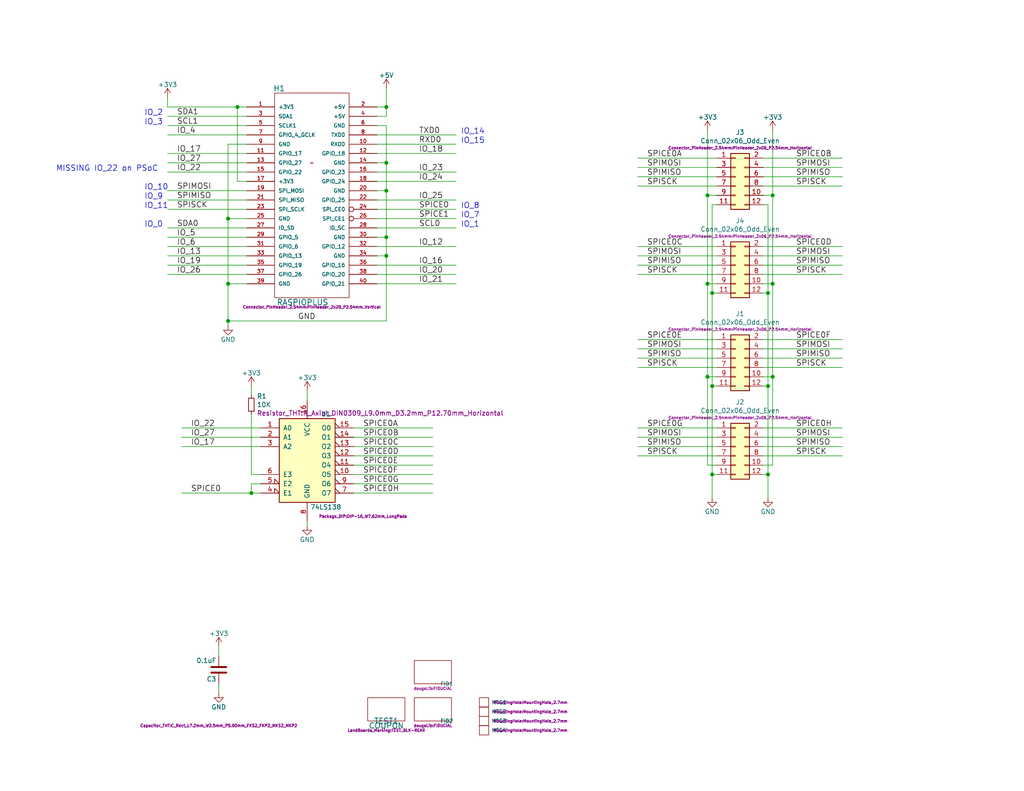
<source format=kicad_sch>
(kicad_sch (version 20230121) (generator eeschema)
  (paper "A")
  (title_block (title "RASPBERRY PI )RPI_SPI8)") (date "2022-04-09") (rev "3") (company "LAND BOARDS LLC"))
  (lib_symbols
    (symbol "74xx:74LS138" (pin_names (offset 1.016))
      (property "Reference" "U" (at -7.62 11.43 0))
      (property "Value" "74LS138" (at -7.62 -13.97 0))
      (symbol "74LS138_1_0"
        (pin input line (at -12.7 7.62 0) (length 5.08) (name "A0") (number "1"))
        (pin output output_low (at 12.7 -5.08 180) (length 5.08) (name "O5") (number "10"))
        (pin output output_low (at 12.7 -2.54 180) (length 5.08) (name "O4") (number "11"))
        (pin output output_low (at 12.7 0 180) (length 5.08) (name "O3") (number "12"))
        (pin output output_low (at 12.7 2.54 180) (length 5.08) (name "O2") (number "13"))
        (pin output output_low (at 12.7 5.08 180) (length 5.08) (name "O1") (number "14"))
        (pin output output_low (at 12.7 7.62 180) (length 5.08) (name "O0") (number "15"))
        (pin power_in line (at 0 15.24 270) (length 5.08) (name "VCC") (number "16"))
        (pin input line (at -12.7 5.08 0) (length 5.08) (name "A1") (number "2"))
        (pin input line (at -12.7 2.54 0) (length 5.08) (name "A2") (number "3"))
        (pin input input_low (at -12.7 -10.16 0) (length 5.08) (name "E1") (number "4"))
        (pin input input_low (at -12.7 -7.62 0) (length 5.08) (name "E2") (number "5"))
        (pin input line (at -12.7 -5.08 0) (length 5.08) (name "E3") (number "6"))
        (pin output output_low (at 12.7 -10.16 180) (length 5.08) (name "O7") (number "7"))
        (pin power_in line (at 0 -17.78 90) (length 5.08) (name "GND") (number "8"))
        (pin output output_low (at 12.7 -7.62 180) (length 5.08) (name "O6") (number "9"))
      )
      (symbol "74LS138_1_1"
        (rectangle (start -7.62 10.16) (end 7.62 -12.7) (stroke (width 0.254)) (fill (type background)))
      )
    )
    (symbol "Connector_Generic:Conn_02x06_Odd_Even" (pin_names (offset 1.016) hide)
      (property "Reference" "J" (at 1.27 7.62 0))
      (property "Value" "Conn_02x06_Odd_Even" (at 1.27 -10.16 0))
      (symbol "Conn_02x06_Odd_Even_1_1"
        (rectangle (start -1.27 -7.493) (end 0 -7.747) (stroke (width 0.1524)))
        (rectangle (start -1.27 -4.953) (end 0 -5.207) (stroke (width 0.1524)))
        (rectangle (start -1.27 -2.413) (end 0 -2.667) (stroke (width 0.1524)))
        (rectangle (start -1.27 0.127) (end 0 -0.127) (stroke (width 0.1524)))
        (rectangle (start -1.27 2.667) (end 0 2.413) (stroke (width 0.1524)))
        (rectangle (start -1.27 5.207) (end 0 4.953) (stroke (width 0.1524)))
        (rectangle (start -1.27 6.35) (end 3.81 -8.89) (stroke (width 0.254)) (fill (type background)))
        (rectangle (start 3.81 -7.493) (end 2.54 -7.747) (stroke (width 0.1524)))
        (rectangle (start 3.81 -4.953) (end 2.54 -5.207) (stroke (width 0.1524)))
        (rectangle (start 3.81 -2.413) (end 2.54 -2.667) (stroke (width 0.1524)))
        (rectangle (start 3.81 0.127) (end 2.54 -0.127) (stroke (width 0.1524)))
        (rectangle (start 3.81 2.667) (end 2.54 2.413) (stroke (width 0.1524)))
        (rectangle (start 3.81 5.207) (end 2.54 4.953) (stroke (width 0.1524)))
        (pin passive line (at -5.08 5.08 0) (length 3.81) (name "Pin_1") (number "1"))
        (pin passive line (at 7.62 -5.08 180) (length 3.81) (name "Pin_10") (number "10"))
        (pin passive line (at -5.08 -7.62 0) (length 3.81) (name "Pin_11") (number "11"))
        (pin passive line (at 7.62 -7.62 180) (length 3.81) (name "Pin_12") (number "12"))
        (pin passive line (at 7.62 5.08 180) (length 3.81) (name "Pin_2") (number "2"))
        (pin passive line (at -5.08 2.54 0) (length 3.81) (name "Pin_3") (number "3"))
        (pin passive line (at 7.62 2.54 180) (length 3.81) (name "Pin_4") (number "4"))
        (pin passive line (at -5.08 0 0) (length 3.81) (name "Pin_5") (number "5"))
        (pin passive line (at 7.62 0 180) (length 3.81) (name "Pin_6") (number "6"))
        (pin passive line (at -5.08 -2.54 0) (length 3.81) (name "Pin_7") (number "7"))
        (pin passive line (at 7.62 -2.54 180) (length 3.81) (name "Pin_8") (number "8"))
        (pin passive line (at -5.08 -5.08 0) (length 3.81) (name "Pin_9") (number "9"))
      )
    )
    (symbol "Device:C" (pin_numbers hide) (pin_names (offset 0.254))
      (property "Reference" "C" (at 0.635 2.54 0))
      (property "Value" "C" (at 0.635 -2.54 0))
      (symbol "C_0_1"
        (polyline (pts (xy -2.032 -0.762) (xy 2.032 -0.762)) (stroke (width 0.508)))
        (polyline (pts (xy -2.032 0.762) (xy 2.032 0.762)) (stroke (width 0.508)))
      )
      (symbol "C_1_1"
        (pin passive line (at 0 3.81 270) (length 2.794) (name "~") (number "1"))
        (pin passive line (at 0 -3.81 90) (length 2.794) (name "~") (number "2"))
      )
    )
    (symbol "Device:R_Small" (pin_numbers hide) (pin_names (offset 0.254) hide)
      (property "Reference" "R" (at 0.762 0.508 0))
      (property "Value" "R_Small" (at 0.762 -1.016 0))
      (symbol "R_Small_0_1"
        (rectangle (start -0.762 1.778) (end 0.762 -1.778) (stroke (width 0.2032)))
      )
      (symbol "R_Small_1_1"
        (pin passive line (at 0 2.54 270) (length 0.762) (name "~") (number "1"))
        (pin passive line (at 0 -2.54 90) (length 0.762) (name "~") (number "2"))
      )
    )
    (symbol "RPI_SPI8-rescue:+3.3V-power" (power) (pin_names (offset 0))
      (property "Value" "+3.3V-power" (at 0 3.556 0))
      (symbol "+3.3V-power_0_1"
        (polyline (pts (xy -0.762 1.27) (xy 0 2.54)))
        (polyline (pts (xy 0 0) (xy 0 2.54)))
        (polyline (pts (xy 0 2.54) (xy 0.762 1.27)))
      )
      (symbol "+3.3V-power_1_1"
        (pin power_in line (at 0 0 90) (length 0) hide (name "+3V3") (number "1"))
      )
    )
    (symbol "RPI_SPI8-rescue:COUPON-LandBoards-RPI_PSOC5-rescue" (pin_names (offset 1.016))
      (property "Reference" "COUP?" (at 0 0 0))
      (property "Value" "COUPON-LandBoards-RPI_PSOC5-rescue" (at 0 0 0))
      (symbol "COUPON-LandBoards-RPI_PSOC5-rescue_0_1"
        (rectangle (start -5.08 0) (end 5.08 6.35))
      )
    )
    (symbol "RPI_SPI8-rescue:MTG_HOLE-LandBoards-RPI_PSOC5-rescue" (pin_names (offset 1.016))
      (property "Reference" "MTG?" (at 0 2.54 0))
      (property "Value" "MTG_HOLE-LandBoards-RPI_PSOC5-rescue" (at 0 -2.54 0))
      (symbol "MTG_HOLE-LandBoards-RPI_PSOC5-rescue_0_1"
        (rectangle (start -1.27 -1.27) (end 1.27 -1.27))
        (rectangle (start -1.27 1.27) (end -1.27 -1.27))
        (rectangle (start 1.27 1.27) (end -1.27 1.27))
        (rectangle (start 1.27 1.27) (end 1.27 -1.27))
      )
    )
    (symbol "RPI_SPI8-rescue:RASPIOPLUS-LandBoards_Conns-RPI_PSOC5-rescue" (pin_names (offset 1.016))
      (property "Reference" "J" (at -8.89 29.21 0))
      (property "Value" "RASPIOPLUS-LandBoards_Conns-RPI_PSOC5-rescue" (at -2.54 -29.21 0))
      (symbol "RASPIOPLUS-LandBoards_Conns-RPI_PSOC5-rescue_0_1"
        (rectangle (start -10.16 27.94) (end 10.16 -27.94))
      )
      (symbol "RASPIOPLUS-LandBoards_Conns-RPI_PSOC5-rescue_1_1"
        (pin power_out line (at -17.78 24.13 0) (length 7.62) (name "+3V3") (number "1"))
        (pin input line (at 17.78 13.97 180) (length 7.62) (name "RXD0") (number "10"))
        (pin bidirectional line (at -17.78 11.43 0) (length 7.62) (name "GPIO_17") (number "11"))
        (pin bidirectional line (at 17.78 11.43 180) (length 7.62) (name "GPIO_18") (number "12"))
        (pin bidirectional line (at -17.78 8.89 0) (length 7.62) (name "GPIO_27") (number "13"))
        (pin power_out line (at 17.78 8.89 180) (length 7.62) (name "GND") (number "14"))
        (pin bidirectional line (at -17.78 6.35 0) (length 7.62) (name "GPIO_22") (number "15"))
        (pin bidirectional line (at 17.78 6.35 180) (length 7.62) (name "GPIO_23") (number "16"))
        (pin power_out line (at -17.78 3.81 0) (length 7.62) (name "+3V3") (number "17"))
        (pin bidirectional line (at 17.78 3.81 180) (length 7.62) (name "GPIO_24") (number "18"))
        (pin output line (at -17.78 1.27 0) (length 7.62) (name "SPI_MOSI") (number "19"))
        (pin power_out line (at 17.78 24.13 180) (length 7.62) (name "+5V") (number "2"))
        (pin power_out line (at 17.78 1.27 180) (length 7.62) (name "GND") (number "20"))
        (pin input line (at -17.78 -1.27 0) (length 7.62) (name "SPI_MISO") (number "21"))
        (pin output line (at 17.78 -1.27 180) (length 7.62) (name "GPIO_25") (number "22"))
        (pin output line (at -17.78 -3.81 0) (length 7.62) (name "SPI_SCLK") (number "23"))
        (pin output inverted (at 17.78 -3.81 180) (length 7.62) (name "SPI_CE0") (number "24"))
        (pin power_out line (at -17.78 -6.35 0) (length 7.62) (name "GND") (number "25"))
        (pin bidirectional inverted (at 17.78 -6.35 180) (length 7.62) (name "SPI_CE1") (number "26"))
        (pin power_out line (at -17.78 -8.89 0) (length 7.62) (name "ID_SD") (number "27"))
        (pin bidirectional line (at 17.78 -8.89 180) (length 7.62) (name "ID_SC") (number "28"))
        (pin power_out line (at -17.78 -11.43 0) (length 7.62) (name "GPIO_5") (number "29"))
        (pin bidirectional line (at -17.78 21.59 0) (length 7.62) (name "SDA1") (number "3"))
        (pin power_out line (at 17.78 -11.43 180) (length 7.62) (name "GND") (number "30"))
        (pin bidirectional line (at -17.78 -13.97 0) (length 7.62) (name "GPIO_6") (number "31"))
        (pin bidirectional line (at 17.78 -13.97 180) (length 7.62) (name "GPIO_12") (number "32"))
        (pin bidirectional line (at -17.78 -16.51 0) (length 7.62) (name "GPIO_13") (number "33"))
        (pin power_out line (at 17.78 -16.51 180) (length 7.62) (name "GND") (number "34"))
        (pin bidirectional line (at -17.78 -19.05 0) (length 7.62) (name "GPIO_19") (number "35"))
        (pin bidirectional line (at 17.78 -19.05 180) (length 7.62) (name "GPIO_16") (number "36"))
        (pin power_out line (at -17.78 -21.59 0) (length 7.62) (name "GPIO_26") (number "37"))
        (pin bidirectional line (at 17.78 -21.59 180) (length 7.62) (name "GPIO_20") (number "38"))
        (pin power_out line (at -17.78 -24.13 0) (length 7.62) (name "GND") (number "39"))
        (pin power_out line (at 17.78 21.59 180) (length 7.62) (name "+5V") (number "4"))
        (pin bidirectional line (at 17.78 -24.13 180) (length 7.62) (name "GPIO_21") (number "40"))
        (pin output line (at -17.78 19.05 0) (length 7.62) (name "SCLK1") (number "5"))
        (pin power_out line (at 17.78 19.05 180) (length 7.62) (name "GND") (number "6"))
        (pin output line (at -17.78 16.51 0) (length 7.62) (name "GPIO_4_GCLK") (number "7"))
        (pin output line (at 17.78 16.51 180) (length 7.62) (name "TXD0") (number "8"))
        (pin power_out line (at -17.78 13.97 0) (length 7.62) (name "GND") (number "9"))
      )
    )
    (symbol "power:+5V" (power) (pin_names (offset 0))
      (property "Value" "+5V" (at 0 3.556 0))
      (symbol "+5V_0_1"
        (polyline (pts (xy -0.762 1.27) (xy 0 2.54)))
        (polyline (pts (xy 0 0) (xy 0 2.54)))
        (polyline (pts (xy 0 2.54) (xy 0.762 1.27)))
      )
      (symbol "+5V_1_1"
        (pin power_in line (at 0 0 90) (length 0) hide (name "+5V") (number "1"))
      )
    )
    (symbol "power:GND" (power) (pin_names (offset 0))
      (property "Value" "GND" (at 0 -3.81 0))
      (symbol "GND_0_1"
        (polyline (pts (xy 0 0) (xy 0 -1.27) (xy 1.27 -1.27) (xy 0 -2.54) (xy -1.27 -1.27) (xy 0 -1.27)))
      )
      (symbol "GND_1_1"
        (pin power_in line (at 0 0 270) (length 0) hide (name "GND") (number "1"))
      )
    )
  )
  (junction (at 105.41 64.77))
  (junction (at 193.04 77.47))
  (junction (at 209.55 129.54))
  (junction (at 210.82 53.34))
  (junction (at 105.41 69.85))
  (junction (at 210.82 102.87))
  (junction (at 194.31 80.01))
  (junction (at 105.41 44.45))
  (junction (at 105.41 29.21))
  (junction (at 62.23 59.69))
  (junction (at 68.58 134.62))
  (junction (at 209.55 80.01))
  (junction (at 193.04 53.34))
  (junction (at 210.82 77.47))
  (junction (at 193.04 102.87))
  (junction (at 194.31 129.54))
  (junction (at 64.77 29.21))
  (junction (at 194.31 105.41))
  (junction (at 62.23 87.63))
  (junction (at 209.55 105.41))
  (junction (at 105.41 52.07))
  (junction (at 62.23 77.47))
  (wire (pts (xy 208.28 105.41) (xy 209.55 105.41)))
  (wire (pts (xy 67.31 39.37) (xy 62.23 39.37)))
  (wire (pts (xy 62.23 39.37) (xy 62.23 59.69)))
  (wire (pts (xy 118.11 127) (xy 96.52 127)))
  (wire (pts (xy 208.28 129.54) (xy 209.55 129.54)))
  (wire (pts (xy 209.55 105.41) (xy 209.55 129.54)))
  (wire (pts (xy 194.31 129.54) (xy 194.31 135.89)))
  (wire (pts (xy 229.87 45.72) (xy 208.28 45.72)))
  (wire (pts (xy 195.58 50.8) (xy 173.99 50.8)))
  (wire (pts (xy 59.69 176.53) (xy 59.69 179.07)))
  (wire (pts (xy 71.12 121.92) (xy 49.53 121.92)))
  (wire (pts (xy 195.58 43.18) (xy 173.99 43.18)))
  (wire (pts (xy 195.58 77.47) (xy 193.04 77.47)))
  (wire (pts (xy 102.87 64.77) (xy 105.41 64.77)))
  (wire (pts (xy 210.82 77.47) (xy 210.82 53.34)))
  (wire (pts (xy 194.31 105.41) (xy 194.31 129.54)))
  (wire (pts (xy 124.46 59.69) (xy 102.87 59.69)))
  (wire (pts (xy 64.77 49.53) (xy 67.31 49.53)))
  (wire (pts (xy 71.12 119.38) (xy 49.53 119.38)))
  (wire (pts (xy 195.58 67.31) (xy 173.99 67.31)))
  (wire (pts (xy 195.58 124.46) (xy 173.99 124.46)))
  (wire (pts (xy 71.12 134.62) (xy 68.58 134.62)))
  (wire (pts (xy 194.31 80.01) (xy 194.31 105.41)))
  (wire (pts (xy 67.31 44.45) (xy 45.72 44.45)))
  (wire (pts (xy 67.31 67.31) (xy 45.72 67.31)))
  (wire (pts (xy 64.77 29.21) (xy 64.77 49.53)))
  (wire (pts (xy 105.41 52.07) (xy 105.41 64.77)))
  (wire (pts (xy 83.82 142.24) (xy 83.82 143.51)))
  (wire (pts (xy 118.11 132.08) (xy 96.52 132.08)))
  (wire (pts (xy 124.46 57.15) (xy 102.87 57.15)))
  (wire (pts (xy 195.58 48.26) (xy 173.99 48.26)))
  (wire (pts (xy 105.41 31.75) (xy 105.41 29.21)))
  (wire (pts (xy 67.31 69.85) (xy 45.72 69.85)))
  (wire (pts (xy 124.46 41.91) (xy 102.87 41.91)))
  (wire (pts (xy 209.55 129.54) (xy 209.55 135.89)))
  (wire (pts (xy 67.31 72.39) (xy 45.72 72.39)))
  (wire (pts (xy 193.04 102.87) (xy 193.04 77.47)))
  (wire (pts (xy 67.31 54.61) (xy 45.72 54.61)))
  (wire (pts (xy 193.04 127) (xy 193.04 102.87)))
  (wire (pts (xy 67.31 77.47) (xy 62.23 77.47)))
  (wire (pts (xy 67.31 52.07) (xy 45.72 52.07)))
  (wire (pts (xy 67.31 64.77) (xy 45.72 64.77)))
  (wire (pts (xy 195.58 74.93) (xy 173.99 74.93)))
  (wire (pts (xy 193.04 77.47) (xy 193.04 53.34)))
  (wire (pts (xy 67.31 46.99) (xy 45.72 46.99)))
  (wire (pts (xy 67.31 57.15) (xy 45.72 57.15)))
  (wire (pts (xy 209.55 80.01) (xy 209.55 105.41)))
  (wire (pts (xy 195.58 100.33) (xy 173.99 100.33)))
  (wire (pts (xy 67.31 41.91) (xy 45.72 41.91)))
  (wire (pts (xy 208.28 127) (xy 210.82 127)))
  (wire (pts (xy 193.04 53.34) (xy 193.04 35.56)))
  (wire (pts (xy 229.87 116.84) (xy 208.28 116.84)))
  (wire (pts (xy 118.11 119.38) (xy 96.52 119.38)))
  (wire (pts (xy 195.58 95.25) (xy 173.99 95.25)))
  (wire (pts (xy 105.41 34.29) (xy 102.87 34.29)))
  (wire (pts (xy 229.87 67.31) (xy 208.28 67.31)))
  (wire (pts (xy 118.11 134.62) (xy 96.52 134.62)))
  (wire (pts (xy 45.72 29.21) (xy 45.72 26.67)))
  (wire (pts (xy 195.58 127) (xy 193.04 127)))
  (wire (pts (xy 64.77 29.21) (xy 67.31 29.21)))
  (wire (pts (xy 105.41 29.21) (xy 105.41 24.13)))
  (wire (pts (xy 210.82 127) (xy 210.82 102.87)))
  (wire (pts (xy 208.28 53.34) (xy 210.82 53.34)))
  (wire (pts (xy 229.87 95.25) (xy 208.28 95.25)))
  (wire (pts (xy 124.46 72.39) (xy 102.87 72.39)))
  (wire (pts (xy 68.58 113.03) (xy 68.58 129.54)))
  (wire (pts (xy 62.23 87.63) (xy 62.23 88.9)))
  (wire (pts (xy 229.87 50.8) (xy 208.28 50.8)))
  (wire (pts (xy 229.87 72.39) (xy 208.28 72.39)))
  (wire (pts (xy 68.58 132.08) (xy 68.58 134.62)))
  (wire (pts (xy 124.46 77.47) (xy 102.87 77.47)))
  (wire (pts (xy 195.58 116.84) (xy 173.99 116.84)))
  (wire (pts (xy 229.87 48.26) (xy 208.28 48.26)))
  (wire (pts (xy 45.72 29.21) (xy 64.77 29.21)))
  (wire (pts (xy 209.55 55.88) (xy 209.55 80.01)))
  (wire (pts (xy 67.31 34.29) (xy 45.72 34.29)))
  (wire (pts (xy 195.58 53.34) (xy 193.04 53.34)))
  (wire (pts (xy 102.87 52.07) (xy 105.41 52.07)))
  (wire (pts (xy 124.46 39.37) (xy 102.87 39.37)))
  (wire (pts (xy 229.87 97.79) (xy 208.28 97.79)))
  (wire (pts (xy 195.58 45.72) (xy 173.99 45.72)))
  (wire (pts (xy 71.12 116.84) (xy 49.53 116.84)))
  (wire (pts (xy 118.11 124.46) (xy 96.52 124.46)))
  (wire (pts (xy 105.41 64.77) (xy 105.41 69.85)))
  (wire (pts (xy 195.58 97.79) (xy 173.99 97.79)))
  (wire (pts (xy 195.58 55.88) (xy 194.31 55.88)))
  (wire (pts (xy 68.58 107.95) (xy 68.58 105.41)))
  (wire (pts (xy 67.31 31.75) (xy 45.72 31.75)))
  (wire (pts (xy 105.41 87.63) (xy 62.23 87.63)))
  (wire (pts (xy 229.87 121.92) (xy 208.28 121.92)))
  (wire (pts (xy 67.31 74.93) (xy 45.72 74.93)))
  (wire (pts (xy 229.87 74.93) (xy 208.28 74.93)))
  (wire (pts (xy 102.87 62.23) (xy 124.46 62.23)))
  (wire (pts (xy 195.58 92.71) (xy 173.99 92.71)))
  (wire (pts (xy 208.28 77.47) (xy 210.82 77.47)))
  (wire (pts (xy 194.31 105.41) (xy 195.58 105.41)))
  (wire (pts (xy 83.82 109.22) (xy 83.82 106.68)))
  (wire (pts (xy 194.31 55.88) (xy 194.31 80.01)))
  (wire (pts (xy 105.41 44.45) (xy 105.41 52.07)))
  (wire (pts (xy 229.87 124.46) (xy 208.28 124.46)))
  (wire (pts (xy 62.23 59.69) (xy 62.23 77.47)))
  (wire (pts (xy 71.12 129.54) (xy 68.58 129.54)))
  (wire (pts (xy 195.58 129.54) (xy 194.31 129.54)))
  (wire (pts (xy 210.82 102.87) (xy 210.82 77.47)))
  (wire (pts (xy 68.58 134.62) (xy 49.53 134.62)))
  (wire (pts (xy 118.11 129.54) (xy 96.52 129.54)))
  (wire (pts (xy 195.58 72.39) (xy 173.99 72.39)))
  (wire (pts (xy 229.87 92.71) (xy 208.28 92.71)))
  (wire (pts (xy 62.23 59.69) (xy 67.31 59.69)))
  (wire (pts (xy 124.46 74.93) (xy 102.87 74.93)))
  (wire (pts (xy 195.58 102.87) (xy 193.04 102.87)))
  (wire (pts (xy 208.28 102.87) (xy 210.82 102.87)))
  (wire (pts (xy 195.58 119.38) (xy 173.99 119.38)))
  (wire (pts (xy 195.58 69.85) (xy 173.99 69.85)))
  (wire (pts (xy 102.87 44.45) (xy 105.41 44.45)))
  (wire (pts (xy 124.46 49.53) (xy 102.87 49.53)))
  (wire (pts (xy 105.41 69.85) (xy 105.41 87.63)))
  (wire (pts (xy 67.31 36.83) (xy 45.72 36.83)))
  (wire (pts (xy 229.87 69.85) (xy 208.28 69.85)))
  (wire (pts (xy 59.69 186.69) (xy 59.69 189.23)))
  (wire (pts (xy 124.46 36.83) (xy 102.87 36.83)))
  (wire (pts (xy 105.41 34.29) (xy 105.41 44.45)))
  (wire (pts (xy 229.87 119.38) (xy 208.28 119.38)))
  (wire (pts (xy 124.46 67.31) (xy 102.87 67.31)))
  (wire (pts (xy 118.11 116.84) (xy 96.52 116.84)))
  (wire (pts (xy 229.87 43.18) (xy 208.28 43.18)))
  (wire (pts (xy 102.87 69.85) (xy 105.41 69.85)))
  (wire (pts (xy 208.28 80.01) (xy 209.55 80.01)))
  (wire (pts (xy 124.46 54.61) (xy 102.87 54.61)))
  (wire (pts (xy 208.28 55.88) (xy 209.55 55.88)))
  (wire (pts (xy 118.11 121.92) (xy 96.52 121.92)))
  (wire (pts (xy 102.87 31.75) (xy 105.41 31.75)))
  (wire (pts (xy 68.58 132.08) (xy 71.12 132.08)))
  (wire (pts (xy 195.58 121.92) (xy 173.99 121.92)))
  (wire (pts (xy 124.46 46.99) (xy 102.87 46.99)))
  (wire (pts (xy 67.31 62.23) (xy 45.72 62.23)))
  (wire (pts (xy 62.23 77.47) (xy 62.23 87.63)))
  (wire (pts (xy 195.58 80.01) (xy 194.31 80.01)))
  (wire (pts (xy 229.87 100.33) (xy 208.28 100.33)))
  (wire (pts (xy 102.87 29.21) (xy 105.41 29.21)))
  (wire (pts (xy 210.82 53.34) (xy 210.82 35.56)))
  (text "IO_1" (at 125.73 62.23 0) (effects (font (size 1.524 1.524)) (justify left bottom)))
  (text "IO_11" (at 39.37 57.15 0) (effects (font (size 1.524 1.524)) (justify left bottom)))
  (text "IO_10" (at 39.37 52.07 0) (effects (font (size 1.524 1.524)) (justify left bottom)))
  (text "IO_0" (at 39.37 62.23 0) (effects (font (size 1.524 1.524)) (justify left bottom)))
  (text "IO_14" (at 125.73 36.83 0) (effects (font (size 1.524 1.524)) (justify left bottom)))
  (text "IO_9" (at 39.37 54.61 0) (effects (font (size 1.524 1.524)) (justify left bottom)))
  (text "IO_15" (at 125.73 39.37 0) (effects (font (size 1.524 1.524)) (justify left bottom)))
  (text "MISSING IO_22 on PSoC" (at 15.24 46.99 0) (effects (font (size 1.524 1.524)) (justify left bottom)))
  (text "IO_2" (at 39.37 31.75 0) (effects (font (size 1.524 1.524)) (justify left bottom)))
  (text "IO_3" (at 39.37 34.29 0) (effects (font (size 1.524 1.524)) (justify left bottom)))
  (text "IO_8" (at 125.73 57.15 0) (effects (font (size 1.524 1.524)) (justify left bottom)))
  (text "IO_7" (at 125.73 59.69 0) (effects (font (size 1.524 1.524)) (justify left bottom)))
  (label "IO_25" (at 114.3 54.61 0) (effects (font (size 1.524 1.524))))
  (label "IO_27" (at 52.07 119.38 0) (effects (font (size 1.524 1.524))))
  (label "SPIMISO" (at 48.26 54.61 0) (effects (font (size 1.524 1.524))))
  (label "SPISCK" (at 217.17 100.33 0) (effects (font (size 1.524 1.524))))
  (label "SPICE0H" (at 217.17 116.84 0) (effects (font (size 1.524 1.524))))
  (label "SPIMISO" (at 176.53 72.39 0) (effects (font (size 1.524 1.524))))
  (label "SPICE0B" (at 217.17 43.18 0) (effects (font (size 1.524 1.524))))
  (label "IO_17" (at 48.26 41.91 0) (effects (font (size 1.524 1.524))))
  (label "SPICE0E" (at 99.06 127 0) (effects (font (size 1.524 1.524))))
  (label "SPISCK" (at 48.26 57.15 0) (effects (font (size 1.524 1.524))))
  (label "RXD0" (at 114.3 39.37 0) (effects (font (size 1.524 1.524))))
  (label "SPISCK" (at 217.17 124.46 0) (effects (font (size 1.524 1.524))))
  (label "SPICE0F" (at 99.06 129.54 0) (effects (font (size 1.524 1.524))))
  (label "IO_17" (at 52.07 121.92 0) (effects (font (size 1.524 1.524))))
  (label "SPIMOSI" (at 217.17 45.72 0) (effects (font (size 1.524 1.524))))
  (label "SPIMOSI" (at 176.53 69.85 0) (effects (font (size 1.524 1.524))))
  (label "SPIMISO" (at 217.17 97.79 0) (effects (font (size 1.524 1.524))))
  (label "IO_4" (at 48.26 36.83 0) (effects (font (size 1.524 1.524))))
  (label "SPICE0F" (at 217.17 92.71 0) (effects (font (size 1.524 1.524))))
  (label "SCL1" (at 48.26 34.29 0) (effects (font (size 1.524 1.524))))
  (label "SPISCK" (at 217.17 74.93 0) (effects (font (size 1.524 1.524))))
  (label "IO_22" (at 48.26 46.99 0) (effects (font (size 1.524 1.524))))
  (label "IO_6" (at 48.26 67.31 0) (effects (font (size 1.524 1.524))))
  (label "IO_13" (at 48.26 69.85 0) (effects (font (size 1.524 1.524))))
  (label "GND" (at 81.28 87.63 0) (effects (font (size 1.524 1.524))))
  (label "IO_20" (at 114.3 74.93 0) (effects (font (size 1.524 1.524))))
  (label "SPISCK" (at 176.53 74.93 0) (effects (font (size 1.524 1.524))))
  (label "SPIMOSI" (at 176.53 119.38 0) (effects (font (size 1.524 1.524))))
  (label "SPICE0D" (at 217.17 67.31 0) (effects (font (size 1.524 1.524))))
  (label "SPIMISO" (at 217.17 48.26 0) (effects (font (size 1.524 1.524))))
  (label "SPISCK" (at 217.17 50.8 0) (effects (font (size 1.524 1.524))))
  (label "SPICE0G" (at 176.53 116.84 0) (effects (font (size 1.524 1.524))))
  (label "SPIMOSI" (at 217.17 119.38 0) (effects (font (size 1.524 1.524))))
  (label "IO_22" (at 52.07 116.84 0) (effects (font (size 1.524 1.524))))
  (label "SPICE0A" (at 99.06 116.84 0) (effects (font (size 1.524 1.524))))
  (label "IO_5" (at 48.26 64.77 0) (effects (font (size 1.524 1.524))))
  (label "IO_21" (at 114.3 77.47 0) (effects (font (size 1.524 1.524))))
  (label "SPIMISO" (at 176.53 121.92 0) (effects (font (size 1.524 1.524))))
  (label "SPICE0A" (at 176.53 43.18 0) (effects (font (size 1.524 1.524))))
  (label "SPISCK" (at 176.53 50.8 0) (effects (font (size 1.524 1.524))))
  (label "SCL0" (at 114.3 62.23 0) (effects (font (size 1.524 1.524))))
  (label "IO_26" (at 48.26 74.93 0) (effects (font (size 1.524 1.524))))
  (label "SPICE0E" (at 176.53 92.71 0) (effects (font (size 1.524 1.524))))
  (label "SPICE0H" (at 99.06 134.62 0) (effects (font (size 1.524 1.524))))
  (label "SPIMOSI" (at 176.53 95.25 0) (effects (font (size 1.524 1.524))))
  (label "SDA0" (at 48.26 62.23 0) (effects (font (size 1.524 1.524))))
  (label "SPICE1" (at 114.3 59.69 0) (effects (font (size 1.524 1.524))))
  (label "IO_16" (at 114.3 72.39 0) (effects (font (size 1.524 1.524))))
  (label "SPICE0" (at 52.07 134.62 0) (effects (font (size 1.524 1.524))))
  (label "SPIMOSI" (at 48.26 52.07 0) (effects (font (size 1.524 1.524))))
  (label "IO_24" (at 114.3 49.53 0) (effects (font (size 1.524 1.524))))
  (label "IO_27" (at 48.26 44.45 0) (effects (font (size 1.524 1.524))))
  (label "SPICE0" (at 114.3 57.15 0) (effects (font (size 1.524 1.524))))
  (label "SPICE0C" (at 99.06 121.92 0) (effects (font (size 1.524 1.524))))
  (label "SPIMISO" (at 176.53 97.79 0) (effects (font (size 1.524 1.524))))
  (label "SPICE0D" (at 99.06 124.46 0) (effects (font (size 1.524 1.524))))
  (label "SPIMOSI" (at 217.17 69.85 0) (effects (font (size 1.524 1.524))))
  (label "SPICE0C" (at 176.53 67.31 0) (effects (font (size 1.524 1.524))))
  (label "IO_19" (at 48.26 72.39 0) (effects (font (size 1.524 1.524))))
  (label "IO_18" (at 114.3 41.91 0) (effects (font (size 1.524 1.524))))
  (label "SPISCK" (at 176.53 124.46 0) (effects (font (size 1.524 1.524))))
  (label "SPIMISO" (at 217.17 72.39 0) (effects (font (size 1.524 1.524))))
  (label "SPIMISO" (at 176.53 48.26 0) (effects (font (size 1.524 1.524))))
  (label "SPISCK" (at 176.53 100.33 0) (effects (font (size 1.524 1.524))))
  (label "SDA1" (at 48.26 31.75 0) (effects (font (size 1.524 1.524))))
  (label "SPIMOSI" (at 217.17 95.25 0) (effects (font (size 1.524 1.524))))
  (label "IO_23" (at 114.3 46.99 0) (effects (font (size 1.524 1.524))))
  (label "SPIMOSI" (at 176.53 45.72 0) (effects (font (size 1.524 1.524))))
  (label "TXD0" (at 114.3 36.83 0) (effects (font (size 1.524 1.524))))
  (label "SPICE0B" (at 99.06 119.38 0) (effects (font (size 1.524 1.524))))
  (label "IO_12" (at 114.3 67.31 0) (effects (font (size 1.524 1.524))))
  (label "SPIMISO" (at 217.17 121.92 0) (effects (font (size 1.524 1.524))))
  (label "SPICE0G" (at 99.06 132.08 0) (effects (font (size 1.524 1.524))))
  (symbol (lib_id "RPI_SPI8-rescue:COUPON-LandBoards-RPI_PSOC5-rescue") (at 105.41 196.85 0) (unit 1)
    (property "Reference" "TEST1" (at 105.41 196.85 0) (effects (font (size 1.524 1.524))))
    (property "Value" "COUPON" (at 105.41 198.12 0) (effects (font (size 1.524 1.524))))
    (property "Footprint" "LandBoards_Marking:TEST_BLK-REAR" (at 105.41 199.39 0) (effects (font (size 0.762 0.762))))
    (property "Datasheet" "~" (at 105.41 196.85 0) (effects (font (size 1.524 1.524))))
  )
  (symbol (lib_id "RPI_SPI8-rescue:RASPIOPLUS-LandBoards_Conns-RPI_PSOC5-rescue") (at 85.09 53.34 0) (unit 1)
    (property "Reference" "H1" (at 76.2 24.13 0) (effects (font (size 1.524 1.524))))
    (property "Value" "RASPIOPLUS" (at 82.55 82.55 0) (effects (font (size 1.524 1.524))))
    (property "Footprint" "Connector_PinHeader_2.54mm:PinHeader_2x20_P2.54mm_Vertical" (at 85.09 83.82 0) (effects (font (size 0.762 0.762))))
    (property "Datasheet" "~" (at 85.09 44.45 0) (effects (font (size 1.524 1.524))))
  )
  (symbol (lib_id "RPI_SPI8-rescue:MTG_HOLE-LandBoards-RPI_PSOC5-rescue") (at 132.08 199.39 0) (unit 1)
    (property "Reference" "MTG4" (at 134.112 199.39 0) (effects (font (size 1.016 1.016)) (justify left)))
    (property "Value" "CONN_1" (effects hide))
    (property "Footprint" "MountingHole:MountingHole_2.7mm" (at 144.78 199.39 0) (effects (font (size 0.762 0.762))))
  )
  (symbol (lib_id "RPI_SPI8-rescue:MTG_HOLE-LandBoards-RPI_PSOC5-rescue") (at 132.08 196.85 0) (unit 1)
    (property "Reference" "MTG3" (at 134.112 196.85 0) (effects (font (size 1.016 1.016)) (justify left)))
    (property "Value" "CONN_1" (effects hide))
    (property "Footprint" "MountingHole:MountingHole_2.7mm" (at 144.78 196.85 0) (effects (font (size 0.762 0.762))))
  )
  (symbol (lib_id "RPI_SPI8-rescue:MTG_HOLE-LandBoards-RPI_PSOC5-rescue") (at 132.08 194.31 0) (unit 1)
    (property "Reference" "MTG2" (at 134.112 194.31 0) (effects (font (size 1.016 1.016)) (justify left)))
    (property "Value" "CONN_1" (effects hide))
    (property "Footprint" "MountingHole:MountingHole_2.7mm" (at 144.78 194.31 0) (effects (font (size 0.762 0.762))))
  )
  (symbol (lib_id "RPI_SPI8-rescue:MTG_HOLE-LandBoards-RPI_PSOC5-rescue") (at 132.08 191.77 0) (unit 1)
    (property "Reference" "MTG1" (at 134.112 191.77 0) (effects (font (size 1.016 1.016)) (justify left)))
    (property "Value" "CONN_1" (effects hide))
    (property "Footprint" "MountingHole:MountingHole_2.7mm" (at 144.78 191.77 0) (effects (font (size 0.762 0.762))))
  )
  (symbol (lib_id "RPI_SPI8-rescue:COUPON-LandBoards-RPI_PSOC5-rescue") (at 118.11 186.69 0) (unit 1)
    (property "Reference" "FID1" (at 120.142 186.69 0) (effects (font (size 1.016 1.016)) (justify left)))
    (property "Value" "CONN_1" (effects hide))
    (property "Footprint" "dougsLib:FIDUCIAL" (at 118.11 187.96 0) (effects (font (size 0.762 0.762))))
  )
  (symbol (lib_id "RPI_SPI8-rescue:COUPON-LandBoards-RPI_PSOC5-rescue") (at 118.11 196.85 0) (unit 1)
    (property "Reference" "FID2" (at 120.142 196.85 0) (effects (font (size 1.016 1.016)) (justify left)))
    (property "Value" "CONN_1" (effects hide))
    (property "Footprint" "dougsLib:FIDUCIAL" (at 118.11 198.12 0) (effects (font (size 0.762 0.762))))
  )
  (symbol (lib_id "RPI_SPI8-rescue:+3.3V-power") (at 45.72 26.67 0) (unit 1)
    (property "Reference" "#PWR05" (effects hide))
    (property "Value" "+3.3V" (at 45.72 23.114 0))
  )
  (symbol (lib_id "power:+5V") (at 105.41 24.13 0) (unit 1)
    (property "Reference" "#PWR06" (effects hide))
    (property "Value" "+5V" (at 105.41 20.574 0))
  )
  (symbol (lib_id "power:GND") (at 62.23 88.9 0) (unit 1)
    (property "Reference" "#PWR021" (effects hide))
    (property "Value" "GND" (at 62.23 92.71 0))
  )
  (symbol (lib_id "Device:C") (at 59.69 182.88 180) (unit 1)
    (property "Reference" "C3" (at 59.055 185.42 0) (effects (justify left)))
    (property "Value" "0.1uF" (at 59.055 180.34 0) (effects (justify left)))
    (property "Footprint" "Capacitor_THT:C_Rect_L7.2mm_W2.5mm_P5.00mm_FKS2_FKP2_MKS2_MKP2" (at 59.69 198.12 0) (effects (font (size 0.762 0.762))))
  )
  (symbol (lib_id "power:GND") (at 59.69 189.23 0) (unit 1)
    (property "Reference" "#PWR0104" (effects hide))
    (property "Value" "GND" (at 59.69 193.04 0))
  )
  (symbol (lib_id "RPI_SPI8-rescue:+3.3V-power") (at 59.69 176.53 0) (unit 1)
    (property "Reference" "#PWR0105" (effects hide))
    (property "Value" "+3.3V" (at 59.69 172.974 0))
  )
  (symbol (lib_id "74xx:74LS138") (at 83.82 124.46 0) (unit 1)
    (property "Reference" "U1" (at 88.9 113.03 0))
    (property "Value" "74LS138" (at 88.9 138.43 0))
    (property "Footprint" "Package_DIP:DIP-16_W7.62mm_LongPads" (at 99.06 140.97 0) (effects (font (size 0.762 0.762))))
    (property "Datasheet" "http://www.ti.com/lit/gpn/sn74LS138" (effects hide))
  )
  (symbol (lib_id "Connector_Generic:Conn_02x06_Odd_Even") (at 200.66 48.26 0) (unit 1)
    (property "Reference" "J3" (at 201.93 36.1442 0))
    (property "Value" "Conn_02x06_Odd_Even" (at 201.93 38.4556 0))
    (property "Footprint" "Connector_PinHeader_2.54mm:PinHeader_2x06_P2.54mm_Horizontal" (at 201.93 40.386 0) (effects (font (size 0.762 0.762))))
  )
  (symbol (lib_id "power:GND") (at 83.82 143.51 0) (unit 1)
    (property "Reference" "#PWR0101" (effects hide))
    (property "Value" "GND" (at 83.82 147.32 0))
  )
  (symbol (lib_id "RPI_SPI8-rescue:+3.3V-power") (at 83.82 106.68 0) (unit 1)
    (property "Reference" "#PWR0102" (effects hide))
    (property "Value" "+3.3V" (at 83.82 103.124 0))
  )
  (symbol (lib_id "Connector_Generic:Conn_02x06_Odd_Even") (at 200.66 72.39 0) (unit 1)
    (property "Reference" "J4" (at 201.93 60.2742 0))
    (property "Value" "Conn_02x06_Odd_Even" (at 201.93 62.5856 0))
    (property "Footprint" "Connector_PinHeader_2.54mm:PinHeader_2x06_P2.54mm_Horizontal" (at 201.93 64.516 0) (effects (font (size 0.762 0.762))))
  )
  (symbol (lib_id "Connector_Generic:Conn_02x06_Odd_Even") (at 200.66 97.79 0) (unit 1)
    (property "Reference" "J1" (at 201.93 85.6742 0))
    (property "Value" "Conn_02x06_Odd_Even" (at 201.93 87.9856 0))
    (property "Footprint" "Connector_PinHeader_2.54mm:PinHeader_2x06_P2.54mm_Horizontal" (at 201.93 89.916 0) (effects (font (size 0.762 0.762))))
  )
  (symbol (lib_id "Connector_Generic:Conn_02x06_Odd_Even") (at 200.66 121.92 0) (unit 1)
    (property "Reference" "J2" (at 201.93 109.8042 0))
    (property "Value" "Conn_02x06_Odd_Even" (at 201.93 112.1156 0))
    (property "Footprint" "Connector_PinHeader_2.54mm:PinHeader_2x06_P2.54mm_Horizontal" (at 201.93 114.046 0) (effects (font (size 0.762 0.762))))
  )
  (symbol (lib_id "Device:R_Small") (at 68.58 110.49 0) (unit 1)
    (property "Reference" "R1" (at 70.0786 108.1786 0) (effects (justify left)))
    (property "Value" "10K" (at 70.0786 110.49 0) (effects (justify left)))
    (property "Footprint" "Resistor_THT:R_Axial_DIN0309_L9.0mm_D3.2mm_P12.70mm_Horizontal" (at 70.0786 112.8014 0) (effects (justify left)))
  )
  (symbol (lib_id "RPI_SPI8-rescue:+3.3V-power") (at 68.58 105.41 0) (unit 1)
    (property "Reference" "#PWR0103" (effects hide))
    (property "Value" "+3.3V" (at 68.58 101.854 0))
  )
  (symbol (lib_id "power:GND") (at 194.31 135.89 0) (unit 1)
    (property "Reference" "#PWR0106" (effects hide))
    (property "Value" "GND" (at 194.31 139.7 0))
  )
  (symbol (lib_id "power:GND") (at 209.55 135.89 0) (unit 1)
    (property "Reference" "#PWR0107" (effects hide))
    (property "Value" "GND" (at 209.55 139.7 0))
  )
  (symbol (lib_id "RPI_SPI8-rescue:+3.3V-power") (at 210.82 35.56 0) (unit 1)
    (property "Reference" "#PWR0108" (effects hide))
    (property "Value" "+3.3V" (at 210.82 32.004 0))
  )
  (symbol (lib_id "RPI_SPI8-rescue:+3.3V-power") (at 193.04 35.56 0) (unit 1)
    (property "Reference" "#PWR0109" (effects hide))
    (property "Value" "+3.3V" (at 193.04 32.004 0))
  )
)
</source>
